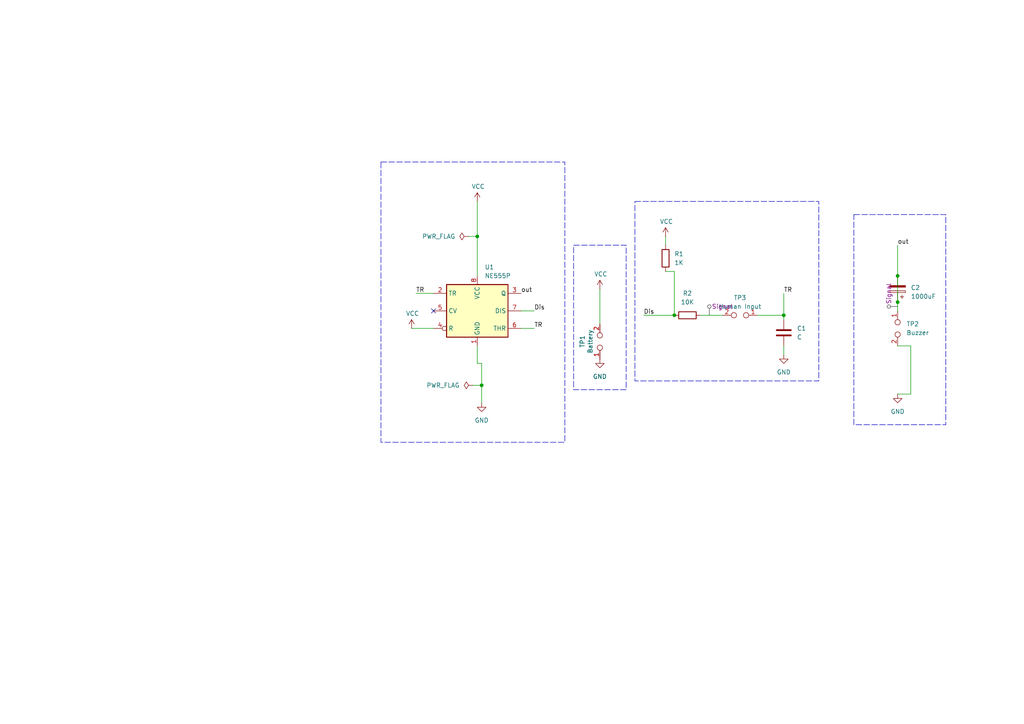
<source format=kicad_sch>
(kicad_sch (version 20250114) (generator "eeschema") (generator_version "9.0")
  (paper "A4")
  (lib_symbols
    (symbol "Connector:TestPoint_2Pole" (pin_names (offset 0.762) (hide yes))
      (property "Reference" "TP" (at 0 1.524 0))
      (property "Value" "TestPoint_2Pole" (at 0 -1.778 0))
      (symbol "TestPoint_2Pole_0_1"
        (circle (center -1.778 0) (radius 0.762))
        (circle (center 1.778 0) (radius 0.762))
        (pin passive line (at -5.08 0 0) (length 2.54) (name "1") (number "1"))
        (pin passive line (at 5.08 0 180) (length 2.54) (name "2") (number "2"))
      )
    )
    (symbol "Device:C" (pin_numbers (hide yes)) (pin_names (offset 0.254))
      (property "Reference" "C" (at 0.635 2.54 0))
      (property "Value" "C" (at 0.635 -2.54 0))
      (symbol "C_0_1"
        (polyline (pts (xy -2.032 0.762) (xy 2.032 0.762)) (stroke (width 0.508)))
        (polyline (pts (xy -2.032 -0.762) (xy 2.032 -0.762)) (stroke (width 0.508)))
      )
      (symbol "C_1_1"
        (pin passive line (at 0 3.81 270) (length 2.794) (name "~") (number "1"))
        (pin passive line (at 0 -3.81 90) (length 2.794) (name "~") (number "2"))
      )
    )
    (symbol "Device:C_Polarized" (pin_numbers (hide yes)) (pin_names (offset 0.254))
      (property "Reference" "C" (at 0.635 2.54 0))
      (property "Value" "C_Polarized" (at 0.635 -2.54 0))
      (symbol "C_Polarized_0_1"
        (rectangle (start -2.286 0.508) (end 2.286 1.016))
        (polyline (pts (xy -1.778 2.286) (xy -0.762 2.286)))
        (polyline (pts (xy -1.27 2.794) (xy -1.27 1.778)))
        (rectangle (start 2.286 -0.508) (end -2.286 -1.016) (fill (type outline)))
      )
      (symbol "C_Polarized_1_1"
        (pin passive line (at 0 3.81 270) (length 2.794) (name "~") (number "1"))
        (pin passive line (at 0 -3.81 90) (length 2.794) (name "~") (number "2"))
      )
    )
    (symbol "Device:R" (pin_numbers (hide yes)) (pin_names (offset 0))
      (property "Reference" "R" (at 2.032 0 90))
      (property "Value" "R" (at 0 0 90))
      (symbol "R_0_1"
        (rectangle (start -1.016 -2.54) (end 1.016 2.54) (stroke (width 0.254)))
      )
      (symbol "R_1_1"
        (pin passive line (at 0 3.81 270) (length 1.27) (name "~") (number "1"))
        (pin passive line (at 0 -3.81 90) (length 1.27) (name "~") (number "2"))
      )
    )
    (symbol "Timer:NE555P"
      (property "Reference" "U" (at -10.16 8.89 0))
      (property "Value" "NE555P" (at 2.54 8.89 0))
      (symbol "NE555P_0_0"
        (pin power_in line (at 0 10.16 270) (length 2.54) (name "VCC") (number "8"))
        (pin power_in line (at 0 -10.16 90) (length 2.54) (name "GND") (number "1"))
      )
      (symbol "NE555P_0_1"
        (rectangle (start -8.89 -7.62) (end 8.89 7.62) (stroke (width 0.254)) (fill (type background)))
        (rectangle (start -8.89 -7.62) (end 8.89 7.62) (stroke (width 0.254)) (fill (type background)))
      )
      (symbol "NE555P_1_1"
        (pin input line (at -12.7 5.08 0) (length 3.81) (name "TR") (number "2"))
        (pin input line (at -12.7 0 0) (length 3.81) (name "CV") (number "5"))
        (pin input inverted (at -12.7 -5.08 0) (length 3.81) (name "R") (number "4"))
        (pin output line (at 12.7 5.08 180) (length 3.81) (name "Q") (number "3"))
        (pin input line (at 12.7 0 180) (length 3.81) (name "DIS") (number "7"))
        (pin input line (at 12.7 -5.08 180) (length 3.81) (name "THR") (number "6"))
      )
    )
    (symbol "power:GND" (power) (pin_numbers (hide yes)) (pin_names (offset 0) (hide yes))
      (property "Value" "GND" (at 0 -3.81 0))
      (symbol "GND_0_1"
        (polyline (pts (xy 0 0) (xy 0 -1.27) (xy 1.27 -1.27) (xy 0 -2.54) (xy -1.27 -1.27) (xy 0 -1.27)))
      )
      (symbol "GND_1_1"
        (pin power_in line (at 0 0 270) (length 0) (name "~") (number "1"))
      )
    )
    (symbol "power:PWR_FLAG" (power) (pin_numbers (hide yes)) (pin_names (offset 0) (hide yes))
      (property "Value" "PWR_FLAG" (at 0 3.81 0))
      (symbol "PWR_FLAG_0_0"
        (pin power_out line (at 0 0 90) (length 0) (name "~") (number "1"))
      )
      (symbol "PWR_FLAG_0_1"
        (polyline (pts (xy 0 0) (xy 0 1.27) (xy -1.016 1.905) (xy 0 2.54) (xy 1.016 1.905) (xy 0 1.27)))
      )
    )
    (symbol "power:VCC" (power) (pin_numbers (hide yes)) (pin_names (offset 0) (hide yes))
      (property "Value" "VCC" (at 0 3.556 0))
      (symbol "VCC_0_1"
        (polyline (pts (xy -0.762 1.27) (xy 0 2.54)))
        (polyline (pts (xy 0 2.54) (xy 0.762 1.27)))
        (polyline (pts (xy 0 0) (xy 0 2.54)))
      )
      (symbol "VCC_1_1"
        (pin power_in line (at 0 0 90) (length 0) (name "~") (number "1"))
      )
    )
  )
  (text_box "" (at 110.49 46.99 0) (size 53.34 81.28) (margins 0.9525 0.9525 0.9525 0.9525) (stroke (width 0) (type dash)) (effects (font (size 1.27 1.27)) (justify left top)))
  (text_box "" (at 184.15 58.42 0) (size 53.34 52.07) (margins 0.9525 0.9525 0.9525 0.9525) (stroke (width 0) (type dash)) (effects (font (size 1.27 1.27)) (justify left top)))
  (text_box "" (at 166.37 71.12 0) (size 15.24 41.91) (margins 0.9525 0.9525 0.9525 0.9525) (stroke (width 0) (type dash)) (effects (font (size 1.27 1.27)) (justify left top)))
  (text_box "" (at 247.65 62.23 0) (size 26.67 60.96) (margins 0.9525 0.9525 0.9525 0.9525) (stroke (width 0) (type dash)) (effects (font (size 1.27 1.27)) (justify left top)))
  (junction (at 138.43 68.58))
  (junction (at 260.35 80.01))
  (junction (at 139.7 111.76))
  (junction (at 195.58 91.44))
  (junction (at 260.35 87.63))
  (junction (at 227.33 91.44))
  (no_connect (at 125.73 90.17))
  (wire (pts (xy 195.58 78.74) (xy 193.04 78.74)))
  (wire (pts (xy 227.33 91.44) (xy 227.33 92.71)))
  (wire (pts (xy 227.33 85.09) (xy 227.33 91.44)))
  (wire (pts (xy 173.99 93.98) (xy 173.99 83.82)))
  (wire (pts (xy 260.35 87.63) (xy 260.35 80.01)))
  (wire (pts (xy 260.35 87.63) (xy 260.35 90.17)))
  (wire (pts (xy 219.71 91.44) (xy 227.33 91.44)))
  (wire (pts (xy 203.2 91.44) (xy 209.55 91.44)))
  (wire (pts (xy 119.38 95.25) (xy 125.73 95.25)))
  (wire (pts (xy 264.16 114.3) (xy 260.35 114.3)))
  (wire (pts (xy 260.35 100.33) (xy 264.16 100.33)))
  (wire (pts (xy 120.65 85.09) (xy 125.73 85.09)))
  (wire (pts (xy 138.43 68.58) (xy 138.43 80.01)))
  (wire (pts (xy 139.7 111.76) (xy 139.7 105.41)))
  (wire (pts (xy 135.89 68.58) (xy 138.43 68.58)))
  (wire (pts (xy 151.13 95.25) (xy 154.94 95.25)))
  (wire (pts (xy 264.16 100.33) (xy 264.16 114.3)))
  (wire (pts (xy 186.69 91.44) (xy 195.58 91.44)))
  (wire (pts (xy 154.94 90.17) (xy 151.13 90.17)))
  (wire (pts (xy 227.33 100.33) (xy 227.33 102.87)))
  (wire (pts (xy 137.16 111.76) (xy 139.7 111.76)))
  (wire (pts (xy 193.04 68.58) (xy 193.04 71.12)))
  (wire (pts (xy 138.43 58.42) (xy 138.43 68.58)))
  (wire (pts (xy 138.43 105.41) (xy 139.7 105.41)))
  (wire (pts (xy 138.43 105.41) (xy 138.43 100.33)))
  (wire (pts (xy 139.7 116.84) (xy 139.7 111.76)))
  (wire (pts (xy 195.58 78.74) (xy 195.58 91.44)))
  (wire (pts (xy 260.35 71.12) (xy 260.35 80.01)))
  (label "TR" (at 120.65 85.09 0))
  (label "TR" (at 154.94 95.25 0))
  (label "TR" (at 227.33 85.09 0))
  (label "out" (at 260.35 71.12 0))
  (label "Dis" (at 186.69 91.44 0))
  (label "Dis" (at 154.94 90.17 0))
  (label "out" (at 151.13 85.09 0))
  (netclass_flag "" (length 2.54) (shape round) (at 205.74 91.44 0) (property "Netclass" "Signal" (at 206.4385 88.9 0) (effects (justify left))))
  (netclass_flag "" (length 2.54) (shape round) (at 260.35 88.9 90) (property "Netclass" "Signal" (at 257.81 88.2015 90) (effects (justify left))))
  (symbol (lib_id "power:PWR_FLAG") (at 135.89 68.58 90) (unit 1)
    (property "Reference" "#FLG01" (effects (hide yes)))
    (property "Value" "PWR_FLAG" (at 132.08 68.5799 90) (effects (justify left)))
    (property "Description" "Special symbol for telling ERC where power comes from" (effects (hide yes)))
  )
  (symbol (lib_id "power:GND") (at 139.7 116.84 0) (unit 1)
    (property "Reference" "#PWR02" (effects (hide yes)))
    (property "Value" "GND" (at 139.7 121.92 0))
    (property "Description" "Power symbol creates a global label with name \"GND\" , ground" (effects (hide yes)))
  )
  (symbol (lib_id "power:GND") (at 260.35 114.3 0) (unit 1)
    (property "Reference" "#PWR03" (effects (hide yes)))
    (property "Value" "GND" (at 260.35 119.38 0))
    (property "Description" "Power symbol creates a global label with name \"GND\" , ground" (effects (hide yes)))
  )
  (symbol (lib_id "Device:R") (at 199.39 91.44 90) (unit 1)
    (property "Reference" "R2" (at 199.39 85.09 90))
    (property "Value" "10K" (at 199.39 87.63 90))
    (property "Footprint" "Resistor_THT:R_Axial_DIN0207_L6.3mm_D2.5mm_P7.62mm_Horizontal" (effects (hide yes)))
    (property "Description" "Resistor" (effects (hide yes)))
  )
  (symbol (lib_id "power:VCC") (at 119.38 95.25 0) (unit 1)
    (property "Reference" "#PWR06" (effects (hide yes)))
    (property "Value" "VCC" (at 119.634 90.932 0))
    (property "Description" "Power symbol creates a global label with name \"VCC\"" (effects (hide yes)))
  )
  (symbol (lib_id "Connector:TestPoint_2Pole") (at 260.35 95.25 270) (unit 1)
    (property "Reference" "TP2" (at 262.89 93.9799 90) (effects (justify left)))
    (property "Value" "Buzzer" (at 262.89 96.5199 90) (effects (justify left)))
    (property "Footprint" "Connector_PinSocket_2.54mm:PinSocket_1x04_P2.54mm_Vertical_SMD_Pin1Left" (effects (hide yes)))
    (property "Description" "2-polar test point" (effects (hide yes)))
  )
  (symbol (lib_id "Connector:TestPoint_2Pole") (at 214.63 91.44 180) (unit 1)
    (property "Reference" "TP3" (at 214.63 86.36 0))
    (property "Value" "Human Input" (at 214.63 88.9 0))
    (property "Footprint" "Connector_PinSocket_2.54mm:PinSocket_1x05_P2.54mm_Vertical_SMD_Pin1Left" (effects (hide yes)))
    (property "Description" "2-polar test point" (effects (hide yes)))
  )
  (symbol (lib_id "power:GND") (at 227.33 102.87 0) (unit 1)
    (property "Reference" "#PWR07" (effects (hide yes)))
    (property "Value" "GND" (at 227.33 107.95 0))
    (property "Description" "Power symbol creates a global label with name \"GND\" , ground" (effects (hide yes)))
  )
  (symbol (lib_id "Timer:NE555P") (at 138.43 90.17 0) (unit 1)
    (property "Reference" "U1" (at 140.5733 77.47 0) (effects (justify left)))
    (property "Value" "NE555P" (at 140.5733 80.01 0) (effects (justify left)))
    (property "Footprint" "Package_DIP:DIP-8_W7.62mm" (effects (hide yes)))
    (property "Datasheet" "http://www.ti.com/lit/ds/symlink/ne555.pdf" (effects (hide yes)))
    (property "Description" "Precision Timers, 555 compatible,  PDIP-8" (effects (hide yes)))
  )
  (symbol (lib_id "Device:R") (at 193.04 74.93 0) (unit 1)
    (property "Reference" "R1" (at 195.58 73.6599 0) (effects (justify left)))
    (property "Value" "1K" (at 195.58 76.1999 0) (effects (justify left)))
    (property "Footprint" "Resistor_THT:R_Axial_DIN0207_L6.3mm_D2.5mm_P2.54mm_Vertical" (effects (hide yes)))
    (property "Description" "Resistor" (effects (hide yes)))
  )
  (symbol (lib_id "power:PWR_FLAG") (at 137.16 111.76 90) (unit 1)
    (property "Reference" "#FLG02" (effects (hide yes)))
    (property "Value" "PWR_FLAG" (at 133.35 111.7599 90) (effects (justify left)))
    (property "Description" "Special symbol for telling ERC where power comes from" (effects (hide yes)))
  )
  (symbol (lib_id "power:VCC") (at 193.04 68.58 0) (unit 1)
    (property "Reference" "#PWR08" (effects (hide yes)))
    (property "Value" "VCC" (at 193.294 64.262 0))
    (property "Description" "Power symbol creates a global label with name \"VCC\"" (effects (hide yes)))
  )
  (symbol (lib_id "power:VCC") (at 138.43 58.42 0) (unit 1)
    (property "Reference" "#PWR01" (effects (hide yes)))
    (property "Value" "VCC" (at 138.684 54.102 0))
    (property "Description" "Power symbol creates a global label with name \"VCC\"" (effects (hide yes)))
  )
  (symbol (lib_id "power:VCC") (at 173.99 83.82 0) (unit 1)
    (property "Reference" "#PWR05" (effects (hide yes)))
    (property "Value" "VCC" (at 174.244 79.502 0))
    (property "Description" "Power symbol creates a global label with name \"VCC\"" (effects (hide yes)))
  )
  (symbol (lib_id "Device:C") (at 227.33 96.52 0) (unit 1)
    (property "Reference" "C1" (at 231.14 95.2499 0) (effects (justify left)))
    (property "Value" "C" (at 231.14 97.7899 0) (effects (justify left)))
    (property "Footprint" "Capacitor_THT:C_Radial_D5.0mm_H11.0mm_P2.00mm" (effects (hide yes)))
    (property "Description" "Unpolarized capacitor" (effects (hide yes)))
  )
  (symbol (lib_id "Connector:TestPoint_2Pole") (at 173.99 99.06 90) (unit 1)
    (property "Reference" "TP1" (at 168.91 99.06 0))
    (property "Value" "Battery" (at 171.196 99.06 0))
    (property "Footprint" "Connector_PinSocket_2.54mm:PinSocket_1x05_P2.54mm_Horizontal" (effects (hide yes)))
    (property "Description" "2-polar test point" (effects (hide yes)))
  )
  (symbol (lib_id "Device:C_Polarized") (at 260.35 83.82 180) (unit 1)
    (property "Reference" "C2" (at 264.16 83.4389 0) (effects (justify right)))
    (property "Value" "1000uF" (at 264.16 85.9789 0) (effects (justify right)))
    (property "Footprint" "Capacitor_SMD:CP_Elec_10x12.5" (effects (hide yes)))
    (property "Description" "Polarized capacitor" (effects (hide yes)))
  )
  (symbol (lib_id "power:GND") (at 173.99 104.14 0) (unit 1)
    (property "Reference" "#PWR04" (effects (hide yes)))
    (property "Value" "GND" (at 173.99 109.22 0))
    (property "Description" "Power symbol creates a global label with name \"GND\" , ground" (effects (hide yes)))
  )
)
</source>
